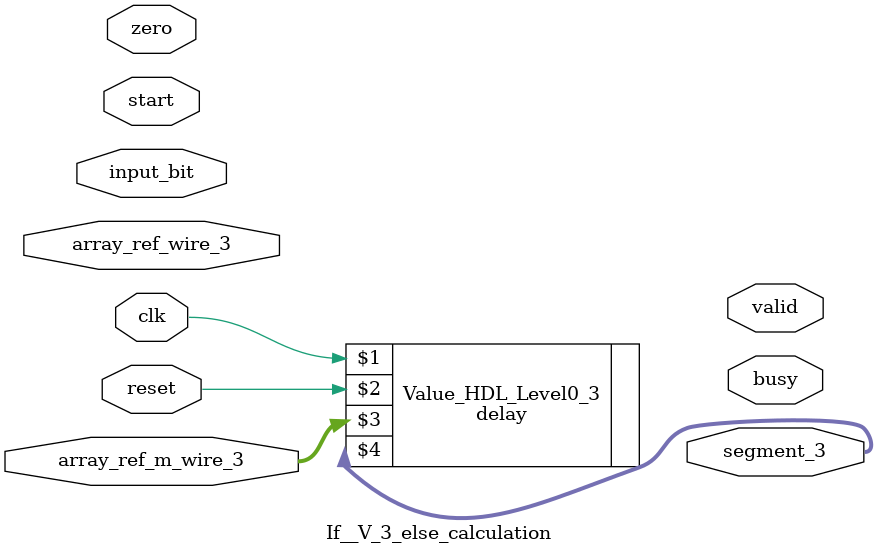
<source format=v>
module If__V_3_else_calculation(input [31:0]input_bit, input [31:0]zero, input [31:0]array_ref_wire_3, input [31:0]array_ref_m_wire_3, output [31:0]segment_3, input clk, input reset, input start, output valid, output busy);



	//Proceed with segment_3 = delay(array_ref_m_wire_3) 
	wire [31:0]segment_3;
	delay Value_HDL_Level0_3 ( clk, reset, array_ref_m_wire_3, segment_3);




endmodule

</source>
